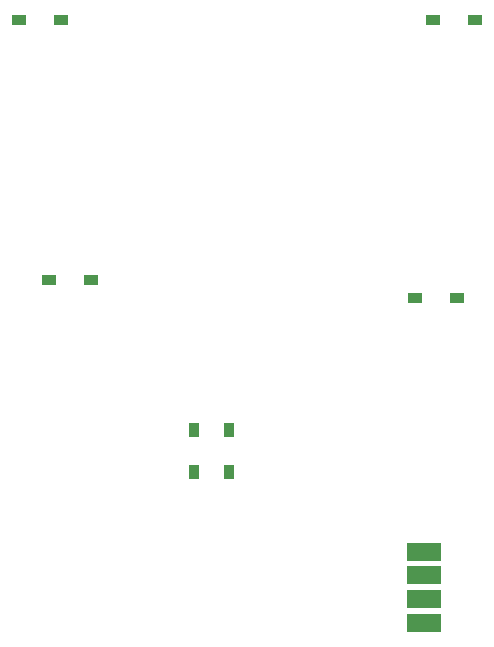
<source format=gbr>
G04 #@! TF.GenerationSoftware,KiCad,Pcbnew,(5.1.2)-2*
G04 #@! TF.CreationDate,2019-07-15T17:49:31+09:00*
G04 #@! TF.ProjectId,meishi,6d656973-6869-42e6-9b69-6361645f7063,rev?*
G04 #@! TF.SameCoordinates,Original*
G04 #@! TF.FileFunction,Paste,Top*
G04 #@! TF.FilePolarity,Positive*
%FSLAX46Y46*%
G04 Gerber Fmt 4.6, Leading zero omitted, Abs format (unit mm)*
G04 Created by KiCad (PCBNEW (5.1.2)-2) date 2019-07-15 17:49:31*
%MOMM*%
%LPD*%
G04 APERTURE LIST*
%ADD10R,3.000000X1.500000*%
%ADD11R,1.300000X0.950000*%
%ADD12R,0.950000X1.300000*%
G04 APERTURE END LIST*
D10*
X149000000Y-104000000D03*
X149000000Y-102000000D03*
X149000000Y-100000000D03*
X149000000Y-98000000D03*
D11*
X149725000Y-53000000D03*
X153275000Y-53000000D03*
D12*
X129500000Y-87725000D03*
X129500000Y-91275000D03*
X132500000Y-91275000D03*
X132500000Y-87725000D03*
D11*
X114725000Y-53000000D03*
X118275000Y-53000000D03*
X117225000Y-75000000D03*
X120775000Y-75000000D03*
X148225000Y-76500000D03*
X151775000Y-76500000D03*
M02*

</source>
